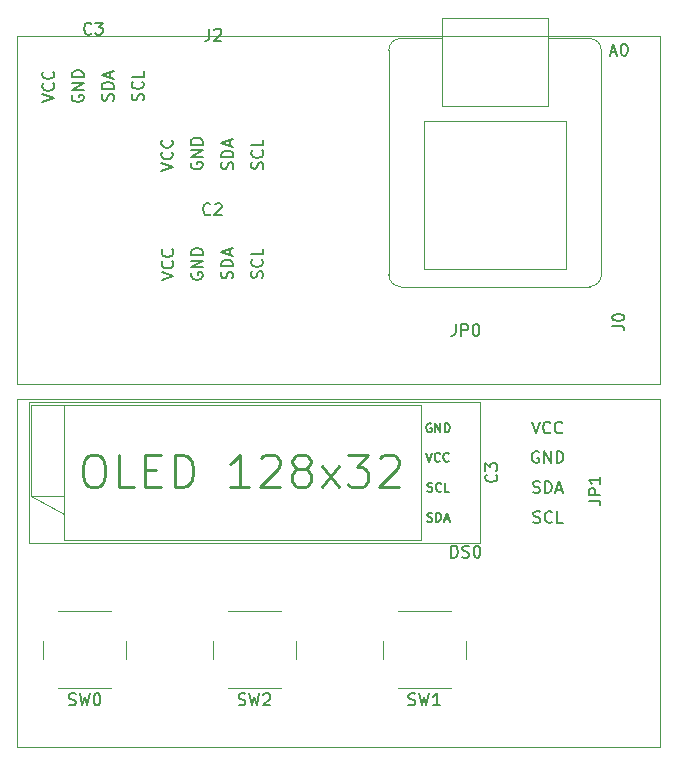
<source format=gbr>
%TF.GenerationSoftware,KiCad,Pcbnew,(5.1.9)-1*%
%TF.CreationDate,2021-03-22T13:16:07-04:00*%
%TF.ProjectId,BitDisplay,42697444-6973-4706-9c61-792e6b696361,rev?*%
%TF.SameCoordinates,Original*%
%TF.FileFunction,Legend,Top*%
%TF.FilePolarity,Positive*%
%FSLAX46Y46*%
G04 Gerber Fmt 4.6, Leading zero omitted, Abs format (unit mm)*
G04 Created by KiCad (PCBNEW (5.1.9)-1) date 2021-03-22 13:16:07*
%MOMM*%
%LPD*%
G01*
G04 APERTURE LIST*
%TA.AperFunction,Profile*%
%ADD10C,0.100000*%
%TD*%
%ADD11C,0.050000*%
%ADD12C,0.120000*%
%ADD13C,0.150000*%
%ADD14C,0.250000*%
G04 APERTURE END LIST*
D10*
X100250000Y-110500000D02*
X100250000Y-81000000D01*
X154750000Y-110500000D02*
X100250000Y-110500000D01*
X154750000Y-81000000D02*
X154750000Y-110500000D01*
X100250000Y-81000000D02*
X154750000Y-81000000D01*
X154750000Y-79750000D02*
X154750000Y-50250000D01*
X100250000Y-79750000D02*
X100250000Y-50250000D01*
X100250000Y-79750000D02*
X154750000Y-79750000D01*
X100250000Y-50250000D02*
X154750000Y-50250000D01*
D11*
%TO.C,DS0*%
X101500000Y-89250000D02*
X104250000Y-89250000D01*
X101500000Y-81500000D02*
X101500000Y-89250000D01*
X104250000Y-81500000D02*
X101500000Y-81500000D01*
X101500000Y-89250000D02*
X104250000Y-90750000D01*
D12*
X134500000Y-81500000D02*
X104250000Y-81500000D01*
X104250000Y-93000000D02*
X134500000Y-93000000D01*
X104250000Y-93000000D02*
X104250000Y-81500000D01*
X134500000Y-93000000D02*
X134500000Y-81500000D01*
X101250000Y-93250000D02*
X101250000Y-81250000D01*
X139500000Y-81250000D02*
X139500000Y-93250000D01*
X139500000Y-81250000D02*
X101250000Y-81250000D01*
X139500000Y-93250000D02*
X101250000Y-93250000D01*
%TO.C,A0*%
X149750000Y-51500000D02*
X149750000Y-70500000D01*
X148750000Y-71500000D02*
X132750000Y-71500000D01*
X131750000Y-70500000D02*
X131750000Y-51500000D01*
X136250000Y-48800000D02*
X145250000Y-48800000D01*
X145250000Y-48800000D02*
X145250000Y-56200000D01*
X145250000Y-56200000D02*
X136250000Y-56200000D01*
X136250000Y-56200000D02*
X136250000Y-48800000D01*
X132750000Y-50500000D02*
X136250000Y-50500000D01*
X145250000Y-50500000D02*
X148750000Y-50500000D01*
X134750000Y-57500000D02*
X146750000Y-57500000D01*
X146750000Y-57500000D02*
X146750000Y-70000000D01*
X146750000Y-70000000D02*
X134750000Y-70000000D01*
X134750000Y-70000000D02*
X134750000Y-57500000D01*
X131750000Y-51500000D02*
G75*
G02*
X132750000Y-50500000I1000000J0D01*
G01*
X148750000Y-50500000D02*
G75*
G02*
X149750000Y-51500000I0J-1000000D01*
G01*
X149750000Y-70500000D02*
G75*
G02*
X148750000Y-71500000I-1000000J0D01*
G01*
X132750000Y-71500000D02*
G75*
G02*
X131750000Y-70500000I0J1000000D01*
G01*
%TO.C,SW0*%
X102500000Y-101500000D02*
X102500000Y-103000000D01*
X103750000Y-105500000D02*
X108250000Y-105500000D01*
X109500000Y-103000000D02*
X109500000Y-101500000D01*
X108250000Y-99000000D02*
X103750000Y-99000000D01*
%TO.C,SW1*%
X137000000Y-99000000D02*
X132500000Y-99000000D01*
X138250000Y-103000000D02*
X138250000Y-101500000D01*
X132500000Y-105500000D02*
X137000000Y-105500000D01*
X131250000Y-101500000D02*
X131250000Y-103000000D01*
%TO.C,SW2*%
X116875000Y-101500000D02*
X116875000Y-103000000D01*
X118125000Y-105500000D02*
X122625000Y-105500000D01*
X123875000Y-103000000D02*
X123875000Y-101500000D01*
X122625000Y-99000000D02*
X118125000Y-99000000D01*
%TD*%
%TO.C,C3*%
D13*
X140837142Y-87416666D02*
X140884761Y-87464285D01*
X140932380Y-87607142D01*
X140932380Y-87702380D01*
X140884761Y-87845238D01*
X140789523Y-87940476D01*
X140694285Y-87988095D01*
X140503809Y-88035714D01*
X140360952Y-88035714D01*
X140170476Y-87988095D01*
X140075238Y-87940476D01*
X139980000Y-87845238D01*
X139932380Y-87702380D01*
X139932380Y-87607142D01*
X139980000Y-87464285D01*
X140027619Y-87416666D01*
X139932380Y-87083333D02*
X139932380Y-86464285D01*
X140313333Y-86797619D01*
X140313333Y-86654761D01*
X140360952Y-86559523D01*
X140408571Y-86511904D01*
X140503809Y-86464285D01*
X140741904Y-86464285D01*
X140837142Y-86511904D01*
X140884761Y-86559523D01*
X140932380Y-86654761D01*
X140932380Y-86940476D01*
X140884761Y-87035714D01*
X140837142Y-87083333D01*
X143999523Y-91464761D02*
X144142380Y-91512380D01*
X144380476Y-91512380D01*
X144475714Y-91464761D01*
X144523333Y-91417142D01*
X144570952Y-91321904D01*
X144570952Y-91226666D01*
X144523333Y-91131428D01*
X144475714Y-91083809D01*
X144380476Y-91036190D01*
X144190000Y-90988571D01*
X144094761Y-90940952D01*
X144047142Y-90893333D01*
X143999523Y-90798095D01*
X143999523Y-90702857D01*
X144047142Y-90607619D01*
X144094761Y-90560000D01*
X144190000Y-90512380D01*
X144428095Y-90512380D01*
X144570952Y-90560000D01*
X145570952Y-91417142D02*
X145523333Y-91464761D01*
X145380476Y-91512380D01*
X145285238Y-91512380D01*
X145142380Y-91464761D01*
X145047142Y-91369523D01*
X144999523Y-91274285D01*
X144951904Y-91083809D01*
X144951904Y-90940952D01*
X144999523Y-90750476D01*
X145047142Y-90655238D01*
X145142380Y-90560000D01*
X145285238Y-90512380D01*
X145380476Y-90512380D01*
X145523333Y-90560000D01*
X145570952Y-90607619D01*
X146475714Y-91512380D02*
X145999523Y-91512380D01*
X145999523Y-90512380D01*
X143975714Y-88924761D02*
X144118571Y-88972380D01*
X144356666Y-88972380D01*
X144451904Y-88924761D01*
X144499523Y-88877142D01*
X144547142Y-88781904D01*
X144547142Y-88686666D01*
X144499523Y-88591428D01*
X144451904Y-88543809D01*
X144356666Y-88496190D01*
X144166190Y-88448571D01*
X144070952Y-88400952D01*
X144023333Y-88353333D01*
X143975714Y-88258095D01*
X143975714Y-88162857D01*
X144023333Y-88067619D01*
X144070952Y-88020000D01*
X144166190Y-87972380D01*
X144404285Y-87972380D01*
X144547142Y-88020000D01*
X144975714Y-88972380D02*
X144975714Y-87972380D01*
X145213809Y-87972380D01*
X145356666Y-88020000D01*
X145451904Y-88115238D01*
X145499523Y-88210476D01*
X145547142Y-88400952D01*
X145547142Y-88543809D01*
X145499523Y-88734285D01*
X145451904Y-88829523D01*
X145356666Y-88924761D01*
X145213809Y-88972380D01*
X144975714Y-88972380D01*
X145928095Y-88686666D02*
X146404285Y-88686666D01*
X145832857Y-88972380D02*
X146166190Y-87972380D01*
X146499523Y-88972380D01*
X144428095Y-85480000D02*
X144332857Y-85432380D01*
X144190000Y-85432380D01*
X144047142Y-85480000D01*
X143951904Y-85575238D01*
X143904285Y-85670476D01*
X143856666Y-85860952D01*
X143856666Y-86003809D01*
X143904285Y-86194285D01*
X143951904Y-86289523D01*
X144047142Y-86384761D01*
X144190000Y-86432380D01*
X144285238Y-86432380D01*
X144428095Y-86384761D01*
X144475714Y-86337142D01*
X144475714Y-86003809D01*
X144285238Y-86003809D01*
X144904285Y-86432380D02*
X144904285Y-85432380D01*
X145475714Y-86432380D01*
X145475714Y-85432380D01*
X145951904Y-86432380D02*
X145951904Y-85432380D01*
X146190000Y-85432380D01*
X146332857Y-85480000D01*
X146428095Y-85575238D01*
X146475714Y-85670476D01*
X146523333Y-85860952D01*
X146523333Y-86003809D01*
X146475714Y-86194285D01*
X146428095Y-86289523D01*
X146332857Y-86384761D01*
X146190000Y-86432380D01*
X145951904Y-86432380D01*
X143856666Y-82932380D02*
X144190000Y-83932380D01*
X144523333Y-82932380D01*
X145428095Y-83837142D02*
X145380476Y-83884761D01*
X145237619Y-83932380D01*
X145142380Y-83932380D01*
X144999523Y-83884761D01*
X144904285Y-83789523D01*
X144856666Y-83694285D01*
X144809047Y-83503809D01*
X144809047Y-83360952D01*
X144856666Y-83170476D01*
X144904285Y-83075238D01*
X144999523Y-82980000D01*
X145142380Y-82932380D01*
X145237619Y-82932380D01*
X145380476Y-82980000D01*
X145428095Y-83027619D01*
X146428095Y-83837142D02*
X146380476Y-83884761D01*
X146237619Y-83932380D01*
X146142380Y-83932380D01*
X145999523Y-83884761D01*
X145904285Y-83789523D01*
X145856666Y-83694285D01*
X145809047Y-83503809D01*
X145809047Y-83360952D01*
X145856666Y-83170476D01*
X145904285Y-83075238D01*
X145999523Y-82980000D01*
X146142380Y-82932380D01*
X146237619Y-82932380D01*
X146380476Y-82980000D01*
X146428095Y-83027619D01*
%TO.C,DS0*%
X137035714Y-94452380D02*
X137035714Y-93452380D01*
X137273809Y-93452380D01*
X137416666Y-93500000D01*
X137511904Y-93595238D01*
X137559523Y-93690476D01*
X137607142Y-93880952D01*
X137607142Y-94023809D01*
X137559523Y-94214285D01*
X137511904Y-94309523D01*
X137416666Y-94404761D01*
X137273809Y-94452380D01*
X137035714Y-94452380D01*
X137988095Y-94404761D02*
X138130952Y-94452380D01*
X138369047Y-94452380D01*
X138464285Y-94404761D01*
X138511904Y-94357142D01*
X138559523Y-94261904D01*
X138559523Y-94166666D01*
X138511904Y-94071428D01*
X138464285Y-94023809D01*
X138369047Y-93976190D01*
X138178571Y-93928571D01*
X138083333Y-93880952D01*
X138035714Y-93833333D01*
X137988095Y-93738095D01*
X137988095Y-93642857D01*
X138035714Y-93547619D01*
X138083333Y-93500000D01*
X138178571Y-93452380D01*
X138416666Y-93452380D01*
X138559523Y-93500000D01*
X139178571Y-93452380D02*
X139273809Y-93452380D01*
X139369047Y-93500000D01*
X139416666Y-93547619D01*
X139464285Y-93642857D01*
X139511904Y-93833333D01*
X139511904Y-94071428D01*
X139464285Y-94261904D01*
X139416666Y-94357142D01*
X139369047Y-94404761D01*
X139273809Y-94452380D01*
X139178571Y-94452380D01*
X139083333Y-94404761D01*
X139035714Y-94357142D01*
X138988095Y-94261904D01*
X138940476Y-94071428D01*
X138940476Y-93833333D01*
X138988095Y-93642857D01*
X139035714Y-93547619D01*
X139083333Y-93500000D01*
X139178571Y-93452380D01*
X134910000Y-85569285D02*
X135160000Y-86319285D01*
X135410000Y-85569285D01*
X136088571Y-86247857D02*
X136052857Y-86283571D01*
X135945714Y-86319285D01*
X135874285Y-86319285D01*
X135767142Y-86283571D01*
X135695714Y-86212142D01*
X135660000Y-86140714D01*
X135624285Y-85997857D01*
X135624285Y-85890714D01*
X135660000Y-85747857D01*
X135695714Y-85676428D01*
X135767142Y-85605000D01*
X135874285Y-85569285D01*
X135945714Y-85569285D01*
X136052857Y-85605000D01*
X136088571Y-85640714D01*
X136838571Y-86247857D02*
X136802857Y-86283571D01*
X136695714Y-86319285D01*
X136624285Y-86319285D01*
X136517142Y-86283571D01*
X136445714Y-86212142D01*
X136410000Y-86140714D01*
X136374285Y-85997857D01*
X136374285Y-85890714D01*
X136410000Y-85747857D01*
X136445714Y-85676428D01*
X136517142Y-85605000D01*
X136624285Y-85569285D01*
X136695714Y-85569285D01*
X136802857Y-85605000D01*
X136838571Y-85640714D01*
X135338571Y-83105000D02*
X135267142Y-83069285D01*
X135160000Y-83069285D01*
X135052857Y-83105000D01*
X134981428Y-83176428D01*
X134945714Y-83247857D01*
X134910000Y-83390714D01*
X134910000Y-83497857D01*
X134945714Y-83640714D01*
X134981428Y-83712142D01*
X135052857Y-83783571D01*
X135160000Y-83819285D01*
X135231428Y-83819285D01*
X135338571Y-83783571D01*
X135374285Y-83747857D01*
X135374285Y-83497857D01*
X135231428Y-83497857D01*
X135695714Y-83819285D02*
X135695714Y-83069285D01*
X136124285Y-83819285D01*
X136124285Y-83069285D01*
X136481428Y-83819285D02*
X136481428Y-83069285D01*
X136660000Y-83069285D01*
X136767142Y-83105000D01*
X136838571Y-83176428D01*
X136874285Y-83247857D01*
X136910000Y-83390714D01*
X136910000Y-83497857D01*
X136874285Y-83640714D01*
X136838571Y-83712142D01*
X136767142Y-83783571D01*
X136660000Y-83819285D01*
X136481428Y-83819285D01*
X134999285Y-91363571D02*
X135106428Y-91399285D01*
X135285000Y-91399285D01*
X135356428Y-91363571D01*
X135392142Y-91327857D01*
X135427857Y-91256428D01*
X135427857Y-91185000D01*
X135392142Y-91113571D01*
X135356428Y-91077857D01*
X135285000Y-91042142D01*
X135142142Y-91006428D01*
X135070714Y-90970714D01*
X135035000Y-90935000D01*
X134999285Y-90863571D01*
X134999285Y-90792142D01*
X135035000Y-90720714D01*
X135070714Y-90685000D01*
X135142142Y-90649285D01*
X135320714Y-90649285D01*
X135427857Y-90685000D01*
X135749285Y-91399285D02*
X135749285Y-90649285D01*
X135927857Y-90649285D01*
X136035000Y-90685000D01*
X136106428Y-90756428D01*
X136142142Y-90827857D01*
X136177857Y-90970714D01*
X136177857Y-91077857D01*
X136142142Y-91220714D01*
X136106428Y-91292142D01*
X136035000Y-91363571D01*
X135927857Y-91399285D01*
X135749285Y-91399285D01*
X136463571Y-91185000D02*
X136820714Y-91185000D01*
X136392142Y-91399285D02*
X136642142Y-90649285D01*
X136892142Y-91399285D01*
X135017142Y-88823571D02*
X135124285Y-88859285D01*
X135302857Y-88859285D01*
X135374285Y-88823571D01*
X135410000Y-88787857D01*
X135445714Y-88716428D01*
X135445714Y-88645000D01*
X135410000Y-88573571D01*
X135374285Y-88537857D01*
X135302857Y-88502142D01*
X135160000Y-88466428D01*
X135088571Y-88430714D01*
X135052857Y-88395000D01*
X135017142Y-88323571D01*
X135017142Y-88252142D01*
X135052857Y-88180714D01*
X135088571Y-88145000D01*
X135160000Y-88109285D01*
X135338571Y-88109285D01*
X135445714Y-88145000D01*
X136195714Y-88787857D02*
X136160000Y-88823571D01*
X136052857Y-88859285D01*
X135981428Y-88859285D01*
X135874285Y-88823571D01*
X135802857Y-88752142D01*
X135767142Y-88680714D01*
X135731428Y-88537857D01*
X135731428Y-88430714D01*
X135767142Y-88287857D01*
X135802857Y-88216428D01*
X135874285Y-88145000D01*
X135981428Y-88109285D01*
X136052857Y-88109285D01*
X136160000Y-88145000D01*
X136195714Y-88180714D01*
X136874285Y-88859285D02*
X136517142Y-88859285D01*
X136517142Y-88109285D01*
D14*
X106547619Y-85744047D02*
X107071428Y-85744047D01*
X107333333Y-85875000D01*
X107595238Y-86136904D01*
X107726190Y-86660714D01*
X107726190Y-87577380D01*
X107595238Y-88101190D01*
X107333333Y-88363095D01*
X107071428Y-88494047D01*
X106547619Y-88494047D01*
X106285714Y-88363095D01*
X106023809Y-88101190D01*
X105892857Y-87577380D01*
X105892857Y-86660714D01*
X106023809Y-86136904D01*
X106285714Y-85875000D01*
X106547619Y-85744047D01*
X110214285Y-88494047D02*
X108904761Y-88494047D01*
X108904761Y-85744047D01*
X111130952Y-87053571D02*
X112047619Y-87053571D01*
X112440476Y-88494047D02*
X111130952Y-88494047D01*
X111130952Y-85744047D01*
X112440476Y-85744047D01*
X113619047Y-88494047D02*
X113619047Y-85744047D01*
X114273809Y-85744047D01*
X114666666Y-85875000D01*
X114928571Y-86136904D01*
X115059523Y-86398809D01*
X115190476Y-86922619D01*
X115190476Y-87315476D01*
X115059523Y-87839285D01*
X114928571Y-88101190D01*
X114666666Y-88363095D01*
X114273809Y-88494047D01*
X113619047Y-88494047D01*
X119904761Y-88494047D02*
X118333333Y-88494047D01*
X119119047Y-88494047D02*
X119119047Y-85744047D01*
X118857142Y-86136904D01*
X118595238Y-86398809D01*
X118333333Y-86529761D01*
X120952380Y-86005952D02*
X121083333Y-85875000D01*
X121345238Y-85744047D01*
X121999999Y-85744047D01*
X122261904Y-85875000D01*
X122392857Y-86005952D01*
X122523809Y-86267857D01*
X122523809Y-86529761D01*
X122392857Y-86922619D01*
X120821428Y-88494047D01*
X122523809Y-88494047D01*
X124095238Y-86922619D02*
X123833333Y-86791666D01*
X123702380Y-86660714D01*
X123571428Y-86398809D01*
X123571428Y-86267857D01*
X123702380Y-86005952D01*
X123833333Y-85875000D01*
X124095238Y-85744047D01*
X124619047Y-85744047D01*
X124880952Y-85875000D01*
X125011904Y-86005952D01*
X125142857Y-86267857D01*
X125142857Y-86398809D01*
X125011904Y-86660714D01*
X124880952Y-86791666D01*
X124619047Y-86922619D01*
X124095238Y-86922619D01*
X123833333Y-87053571D01*
X123702380Y-87184523D01*
X123571428Y-87446428D01*
X123571428Y-87970238D01*
X123702380Y-88232142D01*
X123833333Y-88363095D01*
X124095238Y-88494047D01*
X124619047Y-88494047D01*
X124880952Y-88363095D01*
X125011904Y-88232142D01*
X125142857Y-87970238D01*
X125142857Y-87446428D01*
X125011904Y-87184523D01*
X124880952Y-87053571D01*
X124619047Y-86922619D01*
X126059523Y-88494047D02*
X127499999Y-86660714D01*
X126059523Y-86660714D02*
X127499999Y-88494047D01*
X128285714Y-85744047D02*
X129988095Y-85744047D01*
X129071428Y-86791666D01*
X129464285Y-86791666D01*
X129726190Y-86922619D01*
X129857142Y-87053571D01*
X129988095Y-87315476D01*
X129988095Y-87970238D01*
X129857142Y-88232142D01*
X129726190Y-88363095D01*
X129464285Y-88494047D01*
X128678571Y-88494047D01*
X128416666Y-88363095D01*
X128285714Y-88232142D01*
X131035714Y-86005952D02*
X131166666Y-85875000D01*
X131428571Y-85744047D01*
X132083333Y-85744047D01*
X132345238Y-85875000D01*
X132476190Y-86005952D01*
X132607142Y-86267857D01*
X132607142Y-86529761D01*
X132476190Y-86922619D01*
X130904761Y-88494047D01*
X132607142Y-88494047D01*
%TO.C,JP1*%
D13*
X148674380Y-89623333D02*
X149388666Y-89623333D01*
X149531523Y-89670952D01*
X149626761Y-89766190D01*
X149674380Y-89909047D01*
X149674380Y-90004285D01*
X149674380Y-89147142D02*
X148674380Y-89147142D01*
X148674380Y-88766190D01*
X148722000Y-88670952D01*
X148769619Y-88623333D01*
X148864857Y-88575714D01*
X149007714Y-88575714D01*
X149102952Y-88623333D01*
X149150571Y-88670952D01*
X149198190Y-88766190D01*
X149198190Y-89147142D01*
X149674380Y-87623333D02*
X149674380Y-88194761D01*
X149674380Y-87909047D02*
X148674380Y-87909047D01*
X148817238Y-88004285D01*
X148912476Y-88099523D01*
X148960095Y-88194761D01*
%TO.C,C3*%
X106563333Y-50071142D02*
X106515714Y-50118761D01*
X106372857Y-50166380D01*
X106277619Y-50166380D01*
X106134761Y-50118761D01*
X106039523Y-50023523D01*
X105991904Y-49928285D01*
X105944285Y-49737809D01*
X105944285Y-49594952D01*
X105991904Y-49404476D01*
X106039523Y-49309238D01*
X106134761Y-49214000D01*
X106277619Y-49166380D01*
X106372857Y-49166380D01*
X106515714Y-49214000D01*
X106563333Y-49261619D01*
X106896666Y-49166380D02*
X107515714Y-49166380D01*
X107182380Y-49547333D01*
X107325238Y-49547333D01*
X107420476Y-49594952D01*
X107468095Y-49642571D01*
X107515714Y-49737809D01*
X107515714Y-49975904D01*
X107468095Y-50071142D01*
X107420476Y-50118761D01*
X107325238Y-50166380D01*
X107039523Y-50166380D01*
X106944285Y-50118761D01*
X106896666Y-50071142D01*
X110944761Y-55730476D02*
X110992380Y-55587619D01*
X110992380Y-55349523D01*
X110944761Y-55254285D01*
X110897142Y-55206666D01*
X110801904Y-55159047D01*
X110706666Y-55159047D01*
X110611428Y-55206666D01*
X110563809Y-55254285D01*
X110516190Y-55349523D01*
X110468571Y-55540000D01*
X110420952Y-55635238D01*
X110373333Y-55682857D01*
X110278095Y-55730476D01*
X110182857Y-55730476D01*
X110087619Y-55682857D01*
X110040000Y-55635238D01*
X109992380Y-55540000D01*
X109992380Y-55301904D01*
X110040000Y-55159047D01*
X110897142Y-54159047D02*
X110944761Y-54206666D01*
X110992380Y-54349523D01*
X110992380Y-54444761D01*
X110944761Y-54587619D01*
X110849523Y-54682857D01*
X110754285Y-54730476D01*
X110563809Y-54778095D01*
X110420952Y-54778095D01*
X110230476Y-54730476D01*
X110135238Y-54682857D01*
X110040000Y-54587619D01*
X109992380Y-54444761D01*
X109992380Y-54349523D01*
X110040000Y-54206666D01*
X110087619Y-54159047D01*
X110992380Y-53254285D02*
X110992380Y-53730476D01*
X109992380Y-53730476D01*
X108404761Y-55754285D02*
X108452380Y-55611428D01*
X108452380Y-55373333D01*
X108404761Y-55278095D01*
X108357142Y-55230476D01*
X108261904Y-55182857D01*
X108166666Y-55182857D01*
X108071428Y-55230476D01*
X108023809Y-55278095D01*
X107976190Y-55373333D01*
X107928571Y-55563809D01*
X107880952Y-55659047D01*
X107833333Y-55706666D01*
X107738095Y-55754285D01*
X107642857Y-55754285D01*
X107547619Y-55706666D01*
X107500000Y-55659047D01*
X107452380Y-55563809D01*
X107452380Y-55325714D01*
X107500000Y-55182857D01*
X108452380Y-54754285D02*
X107452380Y-54754285D01*
X107452380Y-54516190D01*
X107500000Y-54373333D01*
X107595238Y-54278095D01*
X107690476Y-54230476D01*
X107880952Y-54182857D01*
X108023809Y-54182857D01*
X108214285Y-54230476D01*
X108309523Y-54278095D01*
X108404761Y-54373333D01*
X108452380Y-54516190D01*
X108452380Y-54754285D01*
X108166666Y-53801904D02*
X108166666Y-53325714D01*
X108452380Y-53897142D02*
X107452380Y-53563809D01*
X108452380Y-53230476D01*
X104960000Y-55301904D02*
X104912380Y-55397142D01*
X104912380Y-55540000D01*
X104960000Y-55682857D01*
X105055238Y-55778095D01*
X105150476Y-55825714D01*
X105340952Y-55873333D01*
X105483809Y-55873333D01*
X105674285Y-55825714D01*
X105769523Y-55778095D01*
X105864761Y-55682857D01*
X105912380Y-55540000D01*
X105912380Y-55444761D01*
X105864761Y-55301904D01*
X105817142Y-55254285D01*
X105483809Y-55254285D01*
X105483809Y-55444761D01*
X105912380Y-54825714D02*
X104912380Y-54825714D01*
X105912380Y-54254285D01*
X104912380Y-54254285D01*
X105912380Y-53778095D02*
X104912380Y-53778095D01*
X104912380Y-53540000D01*
X104960000Y-53397142D01*
X105055238Y-53301904D01*
X105150476Y-53254285D01*
X105340952Y-53206666D01*
X105483809Y-53206666D01*
X105674285Y-53254285D01*
X105769523Y-53301904D01*
X105864761Y-53397142D01*
X105912380Y-53540000D01*
X105912380Y-53778095D01*
X102412380Y-55873333D02*
X103412380Y-55540000D01*
X102412380Y-55206666D01*
X103317142Y-54301904D02*
X103364761Y-54349523D01*
X103412380Y-54492380D01*
X103412380Y-54587619D01*
X103364761Y-54730476D01*
X103269523Y-54825714D01*
X103174285Y-54873333D01*
X102983809Y-54920952D01*
X102840952Y-54920952D01*
X102650476Y-54873333D01*
X102555238Y-54825714D01*
X102460000Y-54730476D01*
X102412380Y-54587619D01*
X102412380Y-54492380D01*
X102460000Y-54349523D01*
X102507619Y-54301904D01*
X103317142Y-53301904D02*
X103364761Y-53349523D01*
X103412380Y-53492380D01*
X103412380Y-53587619D01*
X103364761Y-53730476D01*
X103269523Y-53825714D01*
X103174285Y-53873333D01*
X102983809Y-53920952D01*
X102840952Y-53920952D01*
X102650476Y-53873333D01*
X102555238Y-53825714D01*
X102460000Y-53730476D01*
X102412380Y-53587619D01*
X102412380Y-53492380D01*
X102460000Y-53349523D01*
X102507619Y-53301904D01*
%TO.C,C2*%
X121074761Y-61540476D02*
X121122380Y-61397619D01*
X121122380Y-61159523D01*
X121074761Y-61064285D01*
X121027142Y-61016666D01*
X120931904Y-60969047D01*
X120836666Y-60969047D01*
X120741428Y-61016666D01*
X120693809Y-61064285D01*
X120646190Y-61159523D01*
X120598571Y-61350000D01*
X120550952Y-61445238D01*
X120503333Y-61492857D01*
X120408095Y-61540476D01*
X120312857Y-61540476D01*
X120217619Y-61492857D01*
X120170000Y-61445238D01*
X120122380Y-61350000D01*
X120122380Y-61111904D01*
X120170000Y-60969047D01*
X121027142Y-59969047D02*
X121074761Y-60016666D01*
X121122380Y-60159523D01*
X121122380Y-60254761D01*
X121074761Y-60397619D01*
X120979523Y-60492857D01*
X120884285Y-60540476D01*
X120693809Y-60588095D01*
X120550952Y-60588095D01*
X120360476Y-60540476D01*
X120265238Y-60492857D01*
X120170000Y-60397619D01*
X120122380Y-60254761D01*
X120122380Y-60159523D01*
X120170000Y-60016666D01*
X120217619Y-59969047D01*
X121122380Y-59064285D02*
X121122380Y-59540476D01*
X120122380Y-59540476D01*
X118534761Y-61564285D02*
X118582380Y-61421428D01*
X118582380Y-61183333D01*
X118534761Y-61088095D01*
X118487142Y-61040476D01*
X118391904Y-60992857D01*
X118296666Y-60992857D01*
X118201428Y-61040476D01*
X118153809Y-61088095D01*
X118106190Y-61183333D01*
X118058571Y-61373809D01*
X118010952Y-61469047D01*
X117963333Y-61516666D01*
X117868095Y-61564285D01*
X117772857Y-61564285D01*
X117677619Y-61516666D01*
X117630000Y-61469047D01*
X117582380Y-61373809D01*
X117582380Y-61135714D01*
X117630000Y-60992857D01*
X118582380Y-60564285D02*
X117582380Y-60564285D01*
X117582380Y-60326190D01*
X117630000Y-60183333D01*
X117725238Y-60088095D01*
X117820476Y-60040476D01*
X118010952Y-59992857D01*
X118153809Y-59992857D01*
X118344285Y-60040476D01*
X118439523Y-60088095D01*
X118534761Y-60183333D01*
X118582380Y-60326190D01*
X118582380Y-60564285D01*
X118296666Y-59611904D02*
X118296666Y-59135714D01*
X118582380Y-59707142D02*
X117582380Y-59373809D01*
X118582380Y-59040476D01*
X115030000Y-61011904D02*
X114982380Y-61107142D01*
X114982380Y-61250000D01*
X115030000Y-61392857D01*
X115125238Y-61488095D01*
X115220476Y-61535714D01*
X115410952Y-61583333D01*
X115553809Y-61583333D01*
X115744285Y-61535714D01*
X115839523Y-61488095D01*
X115934761Y-61392857D01*
X115982380Y-61250000D01*
X115982380Y-61154761D01*
X115934761Y-61011904D01*
X115887142Y-60964285D01*
X115553809Y-60964285D01*
X115553809Y-61154761D01*
X115982380Y-60535714D02*
X114982380Y-60535714D01*
X115982380Y-59964285D01*
X114982380Y-59964285D01*
X115982380Y-59488095D02*
X114982380Y-59488095D01*
X114982380Y-59250000D01*
X115030000Y-59107142D01*
X115125238Y-59011904D01*
X115220476Y-58964285D01*
X115410952Y-58916666D01*
X115553809Y-58916666D01*
X115744285Y-58964285D01*
X115839523Y-59011904D01*
X115934761Y-59107142D01*
X115982380Y-59250000D01*
X115982380Y-59488095D01*
X112482380Y-61683333D02*
X113482380Y-61350000D01*
X112482380Y-61016666D01*
X113387142Y-60111904D02*
X113434761Y-60159523D01*
X113482380Y-60302380D01*
X113482380Y-60397619D01*
X113434761Y-60540476D01*
X113339523Y-60635714D01*
X113244285Y-60683333D01*
X113053809Y-60730952D01*
X112910952Y-60730952D01*
X112720476Y-60683333D01*
X112625238Y-60635714D01*
X112530000Y-60540476D01*
X112482380Y-60397619D01*
X112482380Y-60302380D01*
X112530000Y-60159523D01*
X112577619Y-60111904D01*
X113387142Y-59111904D02*
X113434761Y-59159523D01*
X113482380Y-59302380D01*
X113482380Y-59397619D01*
X113434761Y-59540476D01*
X113339523Y-59635714D01*
X113244285Y-59683333D01*
X113053809Y-59730952D01*
X112910952Y-59730952D01*
X112720476Y-59683333D01*
X112625238Y-59635714D01*
X112530000Y-59540476D01*
X112482380Y-59397619D01*
X112482380Y-59302380D01*
X112530000Y-59159523D01*
X112577619Y-59111904D01*
X116653333Y-65357142D02*
X116605714Y-65404761D01*
X116462857Y-65452380D01*
X116367619Y-65452380D01*
X116224761Y-65404761D01*
X116129523Y-65309523D01*
X116081904Y-65214285D01*
X116034285Y-65023809D01*
X116034285Y-64880952D01*
X116081904Y-64690476D01*
X116129523Y-64595238D01*
X116224761Y-64500000D01*
X116367619Y-64452380D01*
X116462857Y-64452380D01*
X116605714Y-64500000D01*
X116653333Y-64547619D01*
X117034285Y-64547619D02*
X117081904Y-64500000D01*
X117177142Y-64452380D01*
X117415238Y-64452380D01*
X117510476Y-64500000D01*
X117558095Y-64547619D01*
X117605714Y-64642857D01*
X117605714Y-64738095D01*
X117558095Y-64880952D01*
X116986666Y-65452380D01*
X117605714Y-65452380D01*
X121044761Y-70780476D02*
X121092380Y-70637619D01*
X121092380Y-70399523D01*
X121044761Y-70304285D01*
X120997142Y-70256666D01*
X120901904Y-70209047D01*
X120806666Y-70209047D01*
X120711428Y-70256666D01*
X120663809Y-70304285D01*
X120616190Y-70399523D01*
X120568571Y-70590000D01*
X120520952Y-70685238D01*
X120473333Y-70732857D01*
X120378095Y-70780476D01*
X120282857Y-70780476D01*
X120187619Y-70732857D01*
X120140000Y-70685238D01*
X120092380Y-70590000D01*
X120092380Y-70351904D01*
X120140000Y-70209047D01*
X120997142Y-69209047D02*
X121044761Y-69256666D01*
X121092380Y-69399523D01*
X121092380Y-69494761D01*
X121044761Y-69637619D01*
X120949523Y-69732857D01*
X120854285Y-69780476D01*
X120663809Y-69828095D01*
X120520952Y-69828095D01*
X120330476Y-69780476D01*
X120235238Y-69732857D01*
X120140000Y-69637619D01*
X120092380Y-69494761D01*
X120092380Y-69399523D01*
X120140000Y-69256666D01*
X120187619Y-69209047D01*
X121092380Y-68304285D02*
X121092380Y-68780476D01*
X120092380Y-68780476D01*
X118504761Y-70804285D02*
X118552380Y-70661428D01*
X118552380Y-70423333D01*
X118504761Y-70328095D01*
X118457142Y-70280476D01*
X118361904Y-70232857D01*
X118266666Y-70232857D01*
X118171428Y-70280476D01*
X118123809Y-70328095D01*
X118076190Y-70423333D01*
X118028571Y-70613809D01*
X117980952Y-70709047D01*
X117933333Y-70756666D01*
X117838095Y-70804285D01*
X117742857Y-70804285D01*
X117647619Y-70756666D01*
X117600000Y-70709047D01*
X117552380Y-70613809D01*
X117552380Y-70375714D01*
X117600000Y-70232857D01*
X118552380Y-69804285D02*
X117552380Y-69804285D01*
X117552380Y-69566190D01*
X117600000Y-69423333D01*
X117695238Y-69328095D01*
X117790476Y-69280476D01*
X117980952Y-69232857D01*
X118123809Y-69232857D01*
X118314285Y-69280476D01*
X118409523Y-69328095D01*
X118504761Y-69423333D01*
X118552380Y-69566190D01*
X118552380Y-69804285D01*
X118266666Y-68851904D02*
X118266666Y-68375714D01*
X118552380Y-68947142D02*
X117552380Y-68613809D01*
X118552380Y-68280476D01*
X115060000Y-70351904D02*
X115012380Y-70447142D01*
X115012380Y-70590000D01*
X115060000Y-70732857D01*
X115155238Y-70828095D01*
X115250476Y-70875714D01*
X115440952Y-70923333D01*
X115583809Y-70923333D01*
X115774285Y-70875714D01*
X115869523Y-70828095D01*
X115964761Y-70732857D01*
X116012380Y-70590000D01*
X116012380Y-70494761D01*
X115964761Y-70351904D01*
X115917142Y-70304285D01*
X115583809Y-70304285D01*
X115583809Y-70494761D01*
X116012380Y-69875714D02*
X115012380Y-69875714D01*
X116012380Y-69304285D01*
X115012380Y-69304285D01*
X116012380Y-68828095D02*
X115012380Y-68828095D01*
X115012380Y-68590000D01*
X115060000Y-68447142D01*
X115155238Y-68351904D01*
X115250476Y-68304285D01*
X115440952Y-68256666D01*
X115583809Y-68256666D01*
X115774285Y-68304285D01*
X115869523Y-68351904D01*
X115964761Y-68447142D01*
X116012380Y-68590000D01*
X116012380Y-68828095D01*
X112512380Y-70923333D02*
X113512380Y-70590000D01*
X112512380Y-70256666D01*
X113417142Y-69351904D02*
X113464761Y-69399523D01*
X113512380Y-69542380D01*
X113512380Y-69637619D01*
X113464761Y-69780476D01*
X113369523Y-69875714D01*
X113274285Y-69923333D01*
X113083809Y-69970952D01*
X112940952Y-69970952D01*
X112750476Y-69923333D01*
X112655238Y-69875714D01*
X112560000Y-69780476D01*
X112512380Y-69637619D01*
X112512380Y-69542380D01*
X112560000Y-69399523D01*
X112607619Y-69351904D01*
X113417142Y-68351904D02*
X113464761Y-68399523D01*
X113512380Y-68542380D01*
X113512380Y-68637619D01*
X113464761Y-68780476D01*
X113369523Y-68875714D01*
X113274285Y-68923333D01*
X113083809Y-68970952D01*
X112940952Y-68970952D01*
X112750476Y-68923333D01*
X112655238Y-68875714D01*
X112560000Y-68780476D01*
X112512380Y-68637619D01*
X112512380Y-68542380D01*
X112560000Y-68399523D01*
X112607619Y-68351904D01*
%TO.C,JP0*%
X137416666Y-74674380D02*
X137416666Y-75388666D01*
X137369047Y-75531523D01*
X137273809Y-75626761D01*
X137130952Y-75674380D01*
X137035714Y-75674380D01*
X137892857Y-75674380D02*
X137892857Y-74674380D01*
X138273809Y-74674380D01*
X138369047Y-74722000D01*
X138416666Y-74769619D01*
X138464285Y-74864857D01*
X138464285Y-75007714D01*
X138416666Y-75102952D01*
X138369047Y-75150571D01*
X138273809Y-75198190D01*
X137892857Y-75198190D01*
X139083333Y-74674380D02*
X139178571Y-74674380D01*
X139273809Y-74722000D01*
X139321428Y-74769619D01*
X139369047Y-74864857D01*
X139416666Y-75055333D01*
X139416666Y-75293428D01*
X139369047Y-75483904D01*
X139321428Y-75579142D01*
X139273809Y-75626761D01*
X139178571Y-75674380D01*
X139083333Y-75674380D01*
X138988095Y-75626761D01*
X138940476Y-75579142D01*
X138892857Y-75483904D01*
X138845238Y-75293428D01*
X138845238Y-75055333D01*
X138892857Y-74864857D01*
X138940476Y-74769619D01*
X138988095Y-74722000D01*
X139083333Y-74674380D01*
%TO.C,A0*%
X150535714Y-51666666D02*
X151011904Y-51666666D01*
X150440476Y-51952380D02*
X150773809Y-50952380D01*
X151107142Y-51952380D01*
X151630952Y-50952380D02*
X151726190Y-50952380D01*
X151821428Y-51000000D01*
X151869047Y-51047619D01*
X151916666Y-51142857D01*
X151964285Y-51333333D01*
X151964285Y-51571428D01*
X151916666Y-51761904D01*
X151869047Y-51857142D01*
X151821428Y-51904761D01*
X151726190Y-51952380D01*
X151630952Y-51952380D01*
X151535714Y-51904761D01*
X151488095Y-51857142D01*
X151440476Y-51761904D01*
X151392857Y-51571428D01*
X151392857Y-51333333D01*
X151440476Y-51142857D01*
X151488095Y-51047619D01*
X151535714Y-51000000D01*
X151630952Y-50952380D01*
%TO.C,J0*%
X150674380Y-74833333D02*
X151388666Y-74833333D01*
X151531523Y-74880952D01*
X151626761Y-74976190D01*
X151674380Y-75119047D01*
X151674380Y-75214285D01*
X150674380Y-74166666D02*
X150674380Y-74071428D01*
X150722000Y-73976190D01*
X150769619Y-73928571D01*
X150864857Y-73880952D01*
X151055333Y-73833333D01*
X151293428Y-73833333D01*
X151483904Y-73880952D01*
X151579142Y-73928571D01*
X151626761Y-73976190D01*
X151674380Y-74071428D01*
X151674380Y-74166666D01*
X151626761Y-74261904D01*
X151579142Y-74309523D01*
X151483904Y-74357142D01*
X151293428Y-74404761D01*
X151055333Y-74404761D01*
X150864857Y-74357142D01*
X150769619Y-74309523D01*
X150722000Y-74261904D01*
X150674380Y-74166666D01*
%TO.C,J2*%
X116556666Y-49674380D02*
X116556666Y-50388666D01*
X116509047Y-50531523D01*
X116413809Y-50626761D01*
X116270952Y-50674380D01*
X116175714Y-50674380D01*
X116985238Y-49769619D02*
X117032857Y-49722000D01*
X117128095Y-49674380D01*
X117366190Y-49674380D01*
X117461428Y-49722000D01*
X117509047Y-49769619D01*
X117556666Y-49864857D01*
X117556666Y-49960095D01*
X117509047Y-50102952D01*
X116937619Y-50674380D01*
X117556666Y-50674380D01*
%TO.C,SW0*%
X104666666Y-106904761D02*
X104809523Y-106952380D01*
X105047619Y-106952380D01*
X105142857Y-106904761D01*
X105190476Y-106857142D01*
X105238095Y-106761904D01*
X105238095Y-106666666D01*
X105190476Y-106571428D01*
X105142857Y-106523809D01*
X105047619Y-106476190D01*
X104857142Y-106428571D01*
X104761904Y-106380952D01*
X104714285Y-106333333D01*
X104666666Y-106238095D01*
X104666666Y-106142857D01*
X104714285Y-106047619D01*
X104761904Y-106000000D01*
X104857142Y-105952380D01*
X105095238Y-105952380D01*
X105238095Y-106000000D01*
X105571428Y-105952380D02*
X105809523Y-106952380D01*
X106000000Y-106238095D01*
X106190476Y-106952380D01*
X106428571Y-105952380D01*
X107000000Y-105952380D02*
X107095238Y-105952380D01*
X107190476Y-106000000D01*
X107238095Y-106047619D01*
X107285714Y-106142857D01*
X107333333Y-106333333D01*
X107333333Y-106571428D01*
X107285714Y-106761904D01*
X107238095Y-106857142D01*
X107190476Y-106904761D01*
X107095238Y-106952380D01*
X107000000Y-106952380D01*
X106904761Y-106904761D01*
X106857142Y-106857142D01*
X106809523Y-106761904D01*
X106761904Y-106571428D01*
X106761904Y-106333333D01*
X106809523Y-106142857D01*
X106857142Y-106047619D01*
X106904761Y-106000000D01*
X107000000Y-105952380D01*
%TO.C,SW1*%
X133416666Y-106904761D02*
X133559523Y-106952380D01*
X133797619Y-106952380D01*
X133892857Y-106904761D01*
X133940476Y-106857142D01*
X133988095Y-106761904D01*
X133988095Y-106666666D01*
X133940476Y-106571428D01*
X133892857Y-106523809D01*
X133797619Y-106476190D01*
X133607142Y-106428571D01*
X133511904Y-106380952D01*
X133464285Y-106333333D01*
X133416666Y-106238095D01*
X133416666Y-106142857D01*
X133464285Y-106047619D01*
X133511904Y-106000000D01*
X133607142Y-105952380D01*
X133845238Y-105952380D01*
X133988095Y-106000000D01*
X134321428Y-105952380D02*
X134559523Y-106952380D01*
X134750000Y-106238095D01*
X134940476Y-106952380D01*
X135178571Y-105952380D01*
X136083333Y-106952380D02*
X135511904Y-106952380D01*
X135797619Y-106952380D02*
X135797619Y-105952380D01*
X135702380Y-106095238D01*
X135607142Y-106190476D01*
X135511904Y-106238095D01*
%TO.C,SW2*%
X119041666Y-106904761D02*
X119184523Y-106952380D01*
X119422619Y-106952380D01*
X119517857Y-106904761D01*
X119565476Y-106857142D01*
X119613095Y-106761904D01*
X119613095Y-106666666D01*
X119565476Y-106571428D01*
X119517857Y-106523809D01*
X119422619Y-106476190D01*
X119232142Y-106428571D01*
X119136904Y-106380952D01*
X119089285Y-106333333D01*
X119041666Y-106238095D01*
X119041666Y-106142857D01*
X119089285Y-106047619D01*
X119136904Y-106000000D01*
X119232142Y-105952380D01*
X119470238Y-105952380D01*
X119613095Y-106000000D01*
X119946428Y-105952380D02*
X120184523Y-106952380D01*
X120375000Y-106238095D01*
X120565476Y-106952380D01*
X120803571Y-105952380D01*
X121136904Y-106047619D02*
X121184523Y-106000000D01*
X121279761Y-105952380D01*
X121517857Y-105952380D01*
X121613095Y-106000000D01*
X121660714Y-106047619D01*
X121708333Y-106142857D01*
X121708333Y-106238095D01*
X121660714Y-106380952D01*
X121089285Y-106952380D01*
X121708333Y-106952380D01*
%TD*%
M02*

</source>
